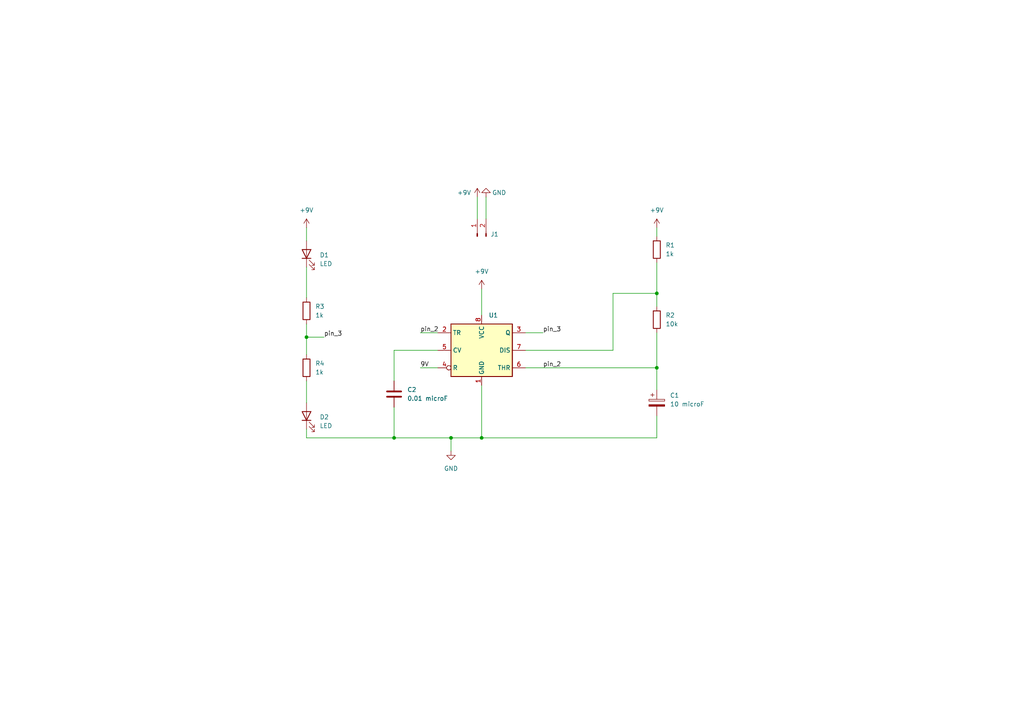
<source format=kicad_sch>
(kicad_sch (version 20211123) (generator eeschema)
  (paper "A4")
  (title_block (title "555 Timer Circuit") (date "2023-01-27") (rev "R1"))
  (lib_symbols
    (symbol "Connector:Conn_01x02_Male" (pin_names (offset 1.016) hide)
      (property "Reference" "J" (at 0 2.54 0))
      (property "Value" "Conn_01x02_Male" (at 0 -5.08 0))
      (symbol "Conn_01x02_Male_1_1"
        (polyline (pts (xy 1.27 -2.54) (xy 0.8636 -2.54)) (stroke (width 0.1524)))
        (polyline (pts (xy 1.27 0) (xy 0.8636 0)) (stroke (width 0.1524)))
        (rectangle (start 0.8636 -2.413) (end 0 -2.667) (stroke (width 0.1524)) (fill (type outline)))
        (rectangle (start 0.8636 0.127) (end 0 -0.127) (stroke (width 0.1524)) (fill (type outline)))
        (pin passive line (at 5.08 0 180) (length 3.81) (name "Pin_1") (number "1"))
        (pin passive line (at 5.08 -2.54 180) (length 3.81) (name "Pin_2") (number "2"))
      )
    )
    (symbol "Device:C" (pin_numbers hide) (pin_names (offset 0.254))
      (property "Reference" "C" (at 0.635 2.54 0))
      (property "Value" "C" (at 0.635 -2.54 0))
      (symbol "C_0_1"
        (polyline (pts (xy -2.032 -0.762) (xy 2.032 -0.762)) (stroke (width 0.508)))
        (polyline (pts (xy -2.032 0.762) (xy 2.032 0.762)) (stroke (width 0.508)))
      )
      (symbol "C_1_1"
        (pin passive line (at 0 3.81 270) (length 2.794) (name "~") (number "1"))
        (pin passive line (at 0 -3.81 90) (length 2.794) (name "~") (number "2"))
      )
    )
    (symbol "Device:C_Polarized" (pin_numbers hide) (pin_names (offset 0.254))
      (property "Reference" "C" (at 0.635 2.54 0))
      (property "Value" "C_Polarized" (at 0.635 -2.54 0))
      (symbol "C_Polarized_0_1"
        (rectangle (start -2.286 0.508) (end 2.286 1.016))
        (polyline (pts (xy -1.778 2.286) (xy -0.762 2.286)))
        (polyline (pts (xy -1.27 2.794) (xy -1.27 1.778)))
        (rectangle (start 2.286 -0.508) (end -2.286 -1.016) (fill (type outline)))
      )
      (symbol "C_Polarized_1_1"
        (pin passive line (at 0 3.81 270) (length 2.794) (name "~") (number "1"))
        (pin passive line (at 0 -3.81 90) (length 2.794) (name "~") (number "2"))
      )
    )
    (symbol "Device:LED" (pin_numbers hide) (pin_names (offset 1.016) hide)
      (property "Reference" "D" (at 0 2.54 0))
      (property "Value" "LED" (at 0 -2.54 0))
      (symbol "LED_0_1"
        (polyline (pts (xy -1.27 -1.27) (xy -1.27 1.27)) (stroke (width 0.254)))
        (polyline (pts (xy -1.27 0) (xy 1.27 0)))
        (polyline (pts (xy 1.27 -1.27) (xy 1.27 1.27) (xy -1.27 0) (xy 1.27 -1.27)) (stroke (width 0.254)))
        (polyline (pts (xy -3.048 -0.762) (xy -4.572 -2.286) (xy -3.81 -2.286) (xy -4.572 -2.286) (xy -4.572 -1.524)))
        (polyline (pts (xy -1.778 -0.762) (xy -3.302 -2.286) (xy -2.54 -2.286) (xy -3.302 -2.286) (xy -3.302 -1.524)))
      )
      (symbol "LED_1_1"
        (pin passive line (at -3.81 0 0) (length 2.54) (name "K") (number "1"))
        (pin passive line (at 3.81 0 180) (length 2.54) (name "A") (number "2"))
      )
    )
    (symbol "Device:R" (pin_numbers hide) (pin_names (offset 0))
      (property "Reference" "R" (at 2.032 0 90))
      (property "Value" "R" (at 0 0 90))
      (symbol "R_0_1"
        (rectangle (start -1.016 -2.54) (end 1.016 2.54) (stroke (width 0.254)))
      )
      (symbol "R_1_1"
        (pin passive line (at 0 3.81 270) (length 1.27) (name "~") (number "1"))
        (pin passive line (at 0 -3.81 90) (length 1.27) (name "~") (number "2"))
      )
    )
    (symbol "Timer:NE555D"
      (property "Reference" "U" (at -10.16 8.89 0))
      (property "Value" "NE555D" (at 2.54 8.89 0))
      (symbol "NE555D_0_0"
        (pin power_in line (at 0 -10.16 90) (length 2.54) (name "GND") (number "1"))
        (pin power_in line (at 0 10.16 270) (length 2.54) (name "VCC") (number "8"))
      )
      (symbol "NE555D_0_1"
        (rectangle (start -8.89 -7.62) (end 8.89 7.62) (stroke (width 0.254)) (fill (type background)))
        (rectangle (start -8.89 -7.62) (end 8.89 7.62) (stroke (width 0.254)) (fill (type background)))
      )
      (symbol "NE555D_1_1"
        (pin input line (at -12.7 5.08 0) (length 3.81) (name "TR") (number "2"))
        (pin output line (at 12.7 5.08 180) (length 3.81) (name "Q") (number "3"))
        (pin input inverted (at -12.7 -5.08 0) (length 3.81) (name "R") (number "4"))
        (pin input line (at -12.7 0 0) (length 3.81) (name "CV") (number "5"))
        (pin input line (at 12.7 -5.08 180) (length 3.81) (name "THR") (number "6"))
        (pin input line (at 12.7 0 180) (length 3.81) (name "DIS") (number "7"))
      )
    )
    (symbol "power:+9V" (power) (pin_names (offset 0))
      (property "Value" "+9V" (at 0 3.556 0))
      (symbol "+9V_0_1"
        (polyline (pts (xy -0.762 1.27) (xy 0 2.54)))
        (polyline (pts (xy 0 0) (xy 0 2.54)))
        (polyline (pts (xy 0 2.54) (xy 0.762 1.27)))
      )
      (symbol "+9V_1_1"
        (pin power_in line (at 0 0 90) (length 0) hide (name "+9V") (number "1"))
      )
    )
    (symbol "power:GND" (power) (pin_names (offset 0))
      (property "Value" "GND" (at 0 -3.81 0))
      (symbol "GND_0_1"
        (polyline (pts (xy 0 0) (xy 0 -1.27) (xy 1.27 -1.27) (xy 0 -2.54) (xy -1.27 -1.27) (xy 0 -1.27)))
      )
      (symbol "GND_1_1"
        (pin power_in line (at 0 0 270) (length 0) hide (name "GND") (number "1"))
      )
    )
  )
  (junction (at 88.9 97.79))
  (junction (at 130.81 127))
  (junction (at 190.5 85.09))
  (junction (at 190.5 106.68))
  (junction (at 139.7 127))
  (junction (at 114.3 127))
  (wire (pts (xy 152.4 106.68) (xy 190.5 106.68)))
  (wire (pts (xy 121.92 106.68) (xy 127 106.68)))
  (wire (pts (xy 114.3 118.11) (xy 114.3 127)))
  (wire (pts (xy 139.7 127) (xy 190.5 127)))
  (wire (pts (xy 114.3 127) (xy 130.81 127)))
  (wire (pts (xy 121.92 96.52) (xy 127 96.52)))
  (wire (pts (xy 190.5 96.52) (xy 190.5 106.68)))
  (wire (pts (xy 88.9 127) (xy 114.3 127)))
  (wire (pts (xy 130.81 127) (xy 139.7 127)))
  (wire (pts (xy 140.97 57.15) (xy 140.97 63.5)))
  (wire (pts (xy 88.9 93.98) (xy 88.9 97.79)))
  (wire (pts (xy 152.4 96.52) (xy 157.48 96.52)))
  (wire (pts (xy 114.3 101.6) (xy 114.3 110.49)))
  (wire (pts (xy 130.81 127) (xy 130.81 130.81)))
  (wire (pts (xy 88.9 97.79) (xy 88.9 102.87)))
  (wire (pts (xy 190.5 76.2) (xy 190.5 85.09)))
  (wire (pts (xy 177.8 85.09) (xy 190.5 85.09)))
  (wire (pts (xy 190.5 85.09) (xy 190.5 88.9)))
  (wire (pts (xy 152.4 101.6) (xy 177.8 101.6)))
  (wire (pts (xy 88.9 110.49) (xy 88.9 116.84)))
  (wire (pts (xy 190.5 66.04) (xy 190.5 68.58)))
  (wire (pts (xy 88.9 66.04) (xy 88.9 69.85)))
  (wire (pts (xy 139.7 111.76) (xy 139.7 127)))
  (wire (pts (xy 139.7 83.82) (xy 139.7 91.44)))
  (wire (pts (xy 190.5 106.68) (xy 190.5 113.03)))
  (wire (pts (xy 88.9 97.79) (xy 93.98 97.79)))
  (wire (pts (xy 177.8 101.6) (xy 177.8 85.09)))
  (wire (pts (xy 190.5 120.65) (xy 190.5 127)))
  (wire (pts (xy 88.9 124.46) (xy 88.9 127)))
  (wire (pts (xy 127 101.6) (xy 114.3 101.6)))
  (wire (pts (xy 138.43 57.15) (xy 138.43 63.5)))
  (wire (pts (xy 88.9 77.47) (xy 88.9 86.36)))
  (label "9V" (at 121.92 106.68 0))
  (label "pin_3" (at 93.98 97.79 0))
  (label "pin_3" (at 157.48 96.52 0))
  (label "pin_2" (at 121.92 96.52 0))
  (label "pin_2" (at 157.48 106.68 0))
  (symbol (lib_id "Device:C_Polarized") (at 190.5 116.84 0) (unit 1)
    (property "Reference" "C1" (at 194.31 114.6809 0) (effects (justify left)))
    (property "Value" "10 microF" (at 194.31 117.2209 0) (effects (justify left)))
  )
  (symbol (lib_id "Device:R") (at 190.5 72.39 0) (unit 1)
    (property "Reference" "R1" (at 193.04 71.1199 0) (effects (justify left)))
    (property "Value" "1k" (at 193.04 73.6599 0) (effects (justify left)))
  )
  (symbol (lib_id "power:+9V") (at 190.5 66.04 0) (unit 1)
    (property "Reference" "#PWR04" (effects hide))
    (property "Value" "+9V" (at 190.5 60.96 0))
  )
  (symbol (lib_id "Timer:NE555D") (at 139.7 101.6 0) (unit 1)
    (property "Reference" "U1" (at 141.7194 91.44 0) (effects (justify left)))
    (property "Value" "NE555D" (effects hide))
    (property "Footprint" "Package_SO:SOIC-8_3.9x4.9mm_P1.27mm" (effects hide))
    (property "Datasheet" "http://www.ti.com/lit/ds/symlink/ne555.pdf" (effects hide))
  )
  (symbol (lib_id "power:GND") (at 130.81 130.81 0) (unit 1)
    (property "Reference" "#PWR06" (effects hide))
    (property "Value" "GND" (at 130.81 135.89 0))
  )
  (symbol (lib_id "Connector:Conn_01x02_Male") (at 138.43 68.58 90) (unit 1)
    (property "Reference" "J1" (at 142.24 67.9449 90) (effects (justify right)))
    (property "Value" "Conn_01x02_Male" (effects hide))
  )
  (symbol (lib_id "Device:R") (at 88.9 106.68 0) (unit 1)
    (property "Reference" "R4" (at 91.44 105.4099 0) (effects (justify left)))
    (property "Value" "1k" (at 91.44 107.9499 0) (effects (justify left)))
  )
  (symbol (lib_id "Device:R") (at 88.9 90.17 0) (unit 1)
    (property "Reference" "R3" (at 91.44 88.8999 0) (effects (justify left)))
    (property "Value" "1k" (at 91.44 91.4399 0) (effects (justify left)))
  )
  (symbol (lib_id "Device:R") (at 190.5 92.71 0) (unit 1)
    (property "Reference" "R2" (at 193.04 91.4399 0) (effects (justify left)))
    (property "Value" "10k" (at 193.04 93.9799 0) (effects (justify left)))
  )
  (symbol (lib_id "power:+9V") (at 88.9 66.04 0) (unit 1)
    (property "Reference" "#PWR03" (effects hide))
    (property "Value" "+9V" (at 88.9 60.96 0))
  )
  (symbol (lib_id "Device:LED") (at 88.9 73.66 90) (unit 1)
    (property "Reference" "D1" (at 92.71 73.9774 90) (effects (justify right)))
    (property "Value" "LED" (at 92.71 76.5174 90) (effects (justify right)))
  )
  (symbol (lib_id "Device:C") (at 114.3 114.3 0) (unit 1)
    (property "Reference" "C2" (at 118.11 113.0299 0) (effects (justify left)))
    (property "Value" "0.01 microF" (at 118.11 115.5699 0) (effects (justify left)))
  )
  (symbol (lib_id "power:GND") (at 140.97 57.15 180) (unit 1)
    (property "Reference" "#PWR02" (effects hide))
    (property "Value" "GND" (at 144.78 55.88 0))
  )
  (symbol (lib_id "Device:LED") (at 88.9 120.65 90) (unit 1)
    (property "Reference" "D2" (at 92.71 120.9674 90) (effects (justify right)))
    (property "Value" "LED" (at 92.71 123.5074 90) (effects (justify right)))
  )
  (symbol (lib_id "power:+9V") (at 138.43 57.15 0) (unit 1)
    (property "Reference" "#PWR01" (effects hide))
    (property "Value" "+9V" (at 134.62 55.88 0))
  )
  (symbol (lib_id "power:+9V") (at 139.7 83.82 0) (unit 1)
    (property "Reference" "#PWR05" (effects hide))
    (property "Value" "+9V" (at 139.7 78.74 0))
  )
)
</source>
